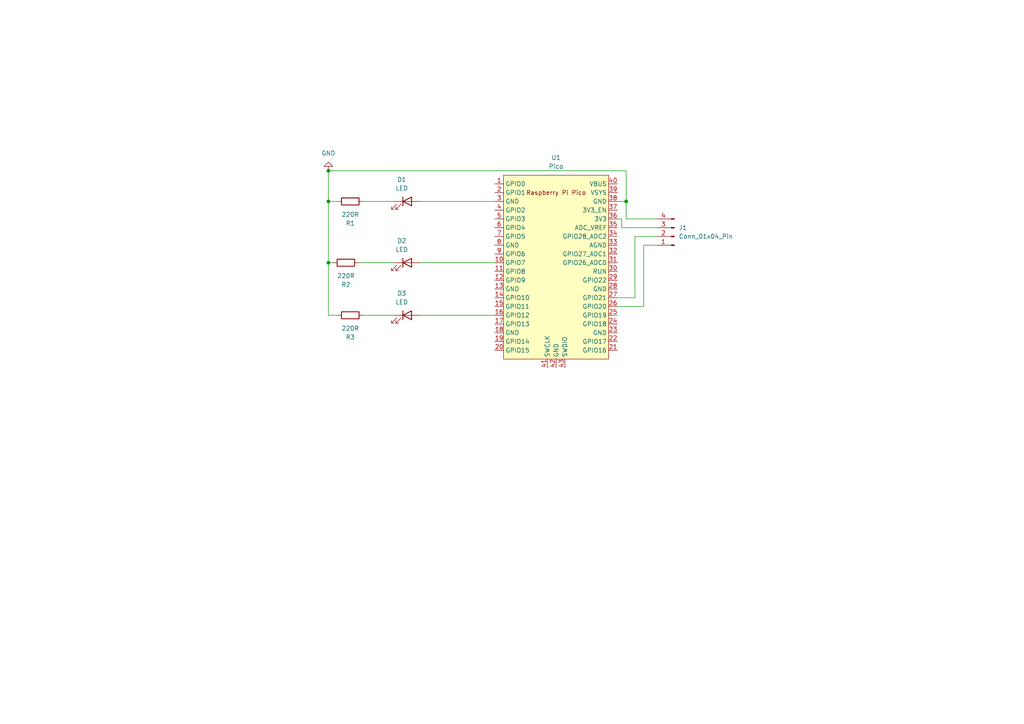
<source format=kicad_sch>
(kicad_sch (version 20231120) (generator "eeschema") (generator_version "8.0")
  (paper "A4")
  (title_block (title "Ponderada - Semana 6") (company "Rafaela Rojas - Turma 8"))
  (lib_symbols
    (symbol "Connector:Conn_01x04_Pin" (pin_names (offset 1.016) hide)
      (property "Reference" "J" (at 0 5.08 0))
      (property "Value" "Conn_01x04_Pin" (at 0 -7.62 0))
      (symbol "Conn_01x04_Pin_1_1"
        (polyline (pts (xy 1.27 -5.08) (xy 0.8636 -5.08)) (stroke (width 0.1524)))
        (polyline (pts (xy 1.27 -2.54) (xy 0.8636 -2.54)) (stroke (width 0.1524)))
        (polyline (pts (xy 1.27 0) (xy 0.8636 0)) (stroke (width 0.1524)))
        (polyline (pts (xy 1.27 2.54) (xy 0.8636 2.54)) (stroke (width 0.1524)))
        (rectangle (start 0.8636 -4.953) (end 0 -5.207) (stroke (width 0.1524)) (fill (type outline)))
        (rectangle (start 0.8636 -2.413) (end 0 -2.667) (stroke (width 0.1524)) (fill (type outline)))
        (rectangle (start 0.8636 0.127) (end 0 -0.127) (stroke (width 0.1524)) (fill (type outline)))
        (rectangle (start 0.8636 2.667) (end 0 2.413) (stroke (width 0.1524)) (fill (type outline)))
        (pin passive line (at 5.08 2.54 180) (length 3.81) (name "Pin_1") (number "1"))
        (pin passive line (at 5.08 0 180) (length 3.81) (name "Pin_2") (number "2"))
        (pin passive line (at 5.08 -2.54 180) (length 3.81) (name "Pin_3") (number "3"))
        (pin passive line (at 5.08 -5.08 180) (length 3.81) (name "Pin_4") (number "4"))
      )
    )
    (symbol "Device:LED" (pin_numbers hide) (pin_names (offset 1.016) hide)
      (property "Reference" "D" (at 0 2.54 0))
      (property "Value" "LED" (at 0 -2.54 0))
      (symbol "LED_0_1"
        (polyline (pts (xy -1.27 -1.27) (xy -1.27 1.27)) (stroke (width 0.254)))
        (polyline (pts (xy -1.27 0) (xy 1.27 0)))
        (polyline (pts (xy 1.27 -1.27) (xy 1.27 1.27) (xy -1.27 0) (xy 1.27 -1.27)) (stroke (width 0.254)))
        (polyline (pts (xy -3.048 -0.762) (xy -4.572 -2.286) (xy -3.81 -2.286) (xy -4.572 -2.286) (xy -4.572 -1.524)))
        (polyline (pts (xy -1.778 -0.762) (xy -3.302 -2.286) (xy -2.54 -2.286) (xy -3.302 -2.286) (xy -3.302 -1.524)))
      )
      (symbol "LED_1_1"
        (pin passive line (at -3.81 0 0) (length 2.54) (name "K") (number "1"))
        (pin passive line (at 3.81 0 180) (length 2.54) (name "A") (number "2"))
      )
    )
    (symbol "Device:R" (pin_numbers hide) (pin_names (offset 0))
      (property "Reference" "R" (at 2.032 0 90))
      (property "Value" "R" (at 0 0 90))
      (symbol "R_0_1"
        (rectangle (start -1.016 -2.54) (end 1.016 2.54) (stroke (width 0.254)))
      )
      (symbol "R_1_1"
        (pin passive line (at 0 3.81 270) (length 1.27) (name "~") (number "1"))
        (pin passive line (at 0 -3.81 90) (length 1.27) (name "~") (number "2"))
      )
    )
    (symbol "MCU_RaspberryPi_and_Boards:Pico"
      (property "Reference" "U" (at -13.97 27.94 0))
      (property "Value" "Pico" (at 0 19.05 0))
      (symbol "Pico_0_0"
        (text "Raspberry Pi Pico" (at 0 21.59 0) (effects (font (size 1.27 1.27))))
      )
      (symbol "Pico_0_1"
        (rectangle (start -15.24 26.67) (end 15.24 -26.67) (fill (type background)))
      )
      (symbol "Pico_1_1"
        (pin bidirectional line (at -17.78 24.13 0) (length 2.54) (name "GPIO0") (number "1"))
        (pin bidirectional line (at -17.78 1.27 0) (length 2.54) (name "GPIO7") (number "10"))
        (pin bidirectional line (at -17.78 -1.27 0) (length 2.54) (name "GPIO8") (number "11"))
        (pin bidirectional line (at -17.78 -3.81 0) (length 2.54) (name "GPIO9") (number "12"))
        (pin power_in line (at -17.78 -6.35 0) (length 2.54) (name "GND") (number "13"))
        (pin bidirectional line (at -17.78 -8.89 0) (length 2.54) (name "GPIO10") (number "14"))
        (pin bidirectional line (at -17.78 -11.43 0) (length 2.54) (name "GPIO11") (number "15"))
        (pin bidirectional line (at -17.78 -13.97 0) (length 2.54) (name "GPIO12") (number "16"))
        (pin bidirectional line (at -17.78 -16.51 0) (length 2.54) (name "GPIO13") (number "17"))
        (pin power_in line (at -17.78 -19.05 0) (length 2.54) (name "GND") (number "18"))
        (pin bidirectional line (at -17.78 -21.59 0) (length 2.54) (name "GPIO14") (number "19"))
        (pin bidirectional line (at -17.78 21.59 0) (length 2.54) (name "GPIO1") (number "2"))
        (pin bidirectional line (at -17.78 -24.13 0) (length 2.54) (name "GPIO15") (number "20"))
        (pin bidirectional line (at 17.78 -24.13 180) (length 2.54) (name "GPIO16") (number "21"))
        (pin bidirectional line (at 17.78 -21.59 180) (length 2.54) (name "GPIO17") (number "22"))
        (pin power_in line (at 17.78 -19.05 180) (length 2.54) (name "GND") (number "23"))
        (pin bidirectional line (at 17.78 -16.51 180) (length 2.54) (name "GPIO18") (number "24"))
        (pin bidirectional line (at 17.78 -13.97 180) (length 2.54) (name "GPIO19") (number "25"))
        (pin bidirectional line (at 17.78 -11.43 180) (length 2.54) (name "GPIO20") (number "26"))
        (pin bidirectional line (at 17.78 -8.89 180) (length 2.54) (name "GPIO21") (number "27"))
        (pin power_in line (at 17.78 -6.35 180) (length 2.54) (name "GND") (number "28"))
        (pin bidirectional line (at 17.78 -3.81 180) (length 2.54) (name "GPIO22") (number "29"))
        (pin power_in line (at -17.78 19.05 0) (length 2.54) (name "GND") (number "3"))
        (pin input line (at 17.78 -1.27 180) (length 2.54) (name "RUN") (number "30"))
        (pin bidirectional line (at 17.78 1.27 180) (length 2.54) (name "GPIO26_ADC0") (number "31"))
        (pin bidirectional line (at 17.78 3.81 180) (length 2.54) (name "GPIO27_ADC1") (number "32"))
        (pin power_in line (at 17.78 6.35 180) (length 2.54) (name "AGND") (number "33"))
        (pin bidirectional line (at 17.78 8.89 180) (length 2.54) (name "GPIO28_ADC2") (number "34"))
        (pin power_in line (at 17.78 11.43 180) (length 2.54) (name "ADC_VREF") (number "35"))
        (pin power_in line (at 17.78 13.97 180) (length 2.54) (name "3V3") (number "36"))
        (pin input line (at 17.78 16.51 180) (length 2.54) (name "3V3_EN") (number "37"))
        (pin bidirectional line (at 17.78 19.05 180) (length 2.54) (name "GND") (number "38"))
        (pin power_in line (at 17.78 21.59 180) (length 2.54) (name "VSYS") (number "39"))
        (pin bidirectional line (at -17.78 16.51 0) (length 2.54) (name "GPIO2") (number "4"))
        (pin power_in line (at 17.78 24.13 180) (length 2.54) (name "VBUS") (number "40"))
        (pin input line (at -2.54 -29.21 90) (length 2.54) (name "SWCLK") (number "41"))
        (pin power_in line (at 0 -29.21 90) (length 2.54) (name "GND") (number "42"))
        (pin bidirectional line (at 2.54 -29.21 90) (length 2.54) (name "SWDIO") (number "43"))
        (pin bidirectional line (at -17.78 13.97 0) (length 2.54) (name "GPIO3") (number "5"))
        (pin bidirectional line (at -17.78 11.43 0) (length 2.54) (name "GPIO4") (number "6"))
        (pin bidirectional line (at -17.78 8.89 0) (length 2.54) (name "GPIO5") (number "7"))
        (pin power_in line (at -17.78 6.35 0) (length 2.54) (name "GND") (number "8"))
        (pin bidirectional line (at -17.78 3.81 0) (length 2.54) (name "GPIO6") (number "9"))
      )
    )
    (symbol "power:GND" (power) (pin_numbers hide) (pin_names (offset 0) hide)
      (property "Value" "GND" (at 0 -3.81 0))
      (symbol "GND_0_1"
        (polyline (pts (xy 0 0) (xy 0 -1.27) (xy 1.27 -1.27) (xy 0 -2.54) (xy -1.27 -1.27) (xy 0 -1.27)))
      )
      (symbol "GND_1_1"
        (pin power_in line (at 0 0 270) (length 0) (name "~") (number "1"))
      )
    )
  )
  (junction (at 95.25 76.2))
  (junction (at 181.61 58.42))
  (junction (at 95.25 58.42))
  (junction (at 95.25 49.53))
  (wire (pts (xy 95.25 91.44) (xy 95.25 76.2)))
  (wire (pts (xy 114.3 91.44) (xy 105.41 91.44)))
  (wire (pts (xy 179.07 58.42) (xy 181.61 58.42)))
  (wire (pts (xy 95.25 58.42) (xy 97.79 58.42)))
  (wire (pts (xy 114.3 58.42) (xy 105.41 58.42)))
  (wire (pts (xy 95.25 58.42) (xy 95.25 76.2)))
  (wire (pts (xy 190.5 66.04) (xy 180.34 66.04)))
  (wire (pts (xy 190.5 71.12) (xy 186.69 71.12)))
  (wire (pts (xy 190.5 68.58) (xy 184.15 68.58)))
  (wire (pts (xy 184.15 86.36) (xy 179.07 86.36)))
  (wire (pts (xy 95.25 49.53) (xy 95.25 58.42)))
  (wire (pts (xy 95.25 91.44) (xy 97.79 91.44)))
  (wire (pts (xy 177.8 91.44) (xy 179.07 91.44)))
  (wire (pts (xy 180.34 66.04) (xy 180.34 63.5)))
  (wire (pts (xy 179.07 88.9) (xy 186.69 88.9)))
  (wire (pts (xy 114.3 76.2) (xy 104.14 76.2)))
  (wire (pts (xy 184.15 68.58) (xy 184.15 86.36)))
  (wire (pts (xy 180.34 63.5) (xy 179.07 63.5)))
  (wire (pts (xy 181.61 49.53) (xy 181.61 58.42)))
  (wire (pts (xy 143.51 58.42) (xy 121.92 58.42)))
  (wire (pts (xy 186.69 71.12) (xy 186.69 88.9)))
  (wire (pts (xy 95.25 49.53) (xy 181.61 49.53)))
  (wire (pts (xy 190.5 63.5) (xy 181.61 63.5)))
  (wire (pts (xy 181.61 63.5) (xy 181.61 58.42)))
  (wire (pts (xy 95.25 76.2) (xy 96.52 76.2)))
  (wire (pts (xy 121.92 91.44) (xy 143.51 91.44)))
  (wire (pts (xy 121.92 76.2) (xy 143.51 76.2)))
  (symbol (lib_id "Device:LED") (at 118.11 76.2 0) (unit 1)
    (property "Reference" "D2" (at 116.5225 69.85 0))
    (property "Value" "LED" (at 116.5225 72.39 0))
    (property "Footprint" "LED_THT:LED_D3.0mm_Horizontal_O6.35mm_Z10.0mm" (effects (hide yes)))
    (property "Description" "Light emitting diode" (effects (hide yes)))
  )
  (symbol (lib_id "Device:R") (at 101.6 91.44 90) (unit 1)
    (property "Reference" "R3" (at 101.6 97.79 90))
    (property "Value" "220R" (at 101.6 95.25 90))
    (property "Footprint" "Resistor_SMD:R_0805_2012Metric" (effects (hide yes)))
    (property "Description" "Resistor" (effects (hide yes)))
  )
  (symbol (lib_id "power:GND") (at 95.25 49.53 180) (unit 1)
    (property "Reference" "#PWR01" (effects (hide yes)))
    (property "Value" "GND" (at 95.25 44.45 0))
    (property "Description" "Power symbol creates a global label with name \"GND\" , ground" (effects (hide yes)))
  )
  (symbol (lib_id "Device:LED") (at 118.11 91.44 0) (unit 1)
    (property "Reference" "D3" (at 116.5225 85.09 0))
    (property "Value" "LED" (at 116.5225 87.63 0))
    (property "Footprint" "LED_THT:LED_D3.0mm_Horizontal_O6.35mm_Z10.0mm" (effects (hide yes)))
    (property "Description" "Light emitting diode" (effects (hide yes)))
  )
  (symbol (lib_id "MCU_RaspberryPi_and_Boards:Pico") (at 161.29 77.47 0) (unit 1)
    (property "Reference" "U1" (at 161.29 45.72 0))
    (property "Value" "Pico" (at 161.29 48.26 0))
    (property "Footprint" "MCU_RaspberryPi_and_Boards:RPi_Pico_SMD_TH" (effects (hide yes)))
  )
  (symbol (lib_id "Connector:Conn_01x04_Pin") (at 195.58 68.58 180) (unit 1)
    (property "Reference" "J1" (at 196.85 66.0399 0) (effects (justify right)))
    (property "Value" "Conn_01x04_Pin" (at 196.85 68.5799 0) (effects (justify right)))
    (property "Footprint" "Connector_PinHeader_1.27mm:PinHeader_1x04_P1.27mm_Vertical" (effects (hide yes)))
    (property "Description" "Generic connector, single row, 01x04, script generated" (effects (hide yes)))
  )
  (symbol (lib_id "Device:LED") (at 118.11 58.42 0) (unit 1)
    (property "Reference" "D1" (at 116.5225 52.07 0))
    (property "Value" "LED" (at 116.5225 54.61 0))
    (property "Footprint" "LED_THT:LED_D3.0mm_Horizontal_O6.35mm_Z10.0mm" (effects (hide yes)))
    (property "Description" "Light emitting diode" (effects (hide yes)))
  )
  (symbol (lib_id "Device:R") (at 100.33 76.2 90) (unit 1)
    (property "Reference" "R2" (at 100.33 82.55 90))
    (property "Value" "220R" (at 100.33 80.01 90))
    (property "Footprint" "Resistor_SMD:R_0805_2012Metric" (effects (hide yes)))
    (property "Description" "Resistor" (effects (hide yes)))
  )
  (symbol (lib_id "Device:R") (at 101.6 58.42 90) (unit 1)
    (property "Reference" "R1" (at 101.6 64.77 90))
    (property "Value" "220R" (at 101.6 62.23 90))
    (property "Footprint" "Resistor_SMD:R_0805_2012Metric" (effects (hide yes)))
    (property "Description" "Resistor" (effects (hide yes)))
  )
)
</source>
